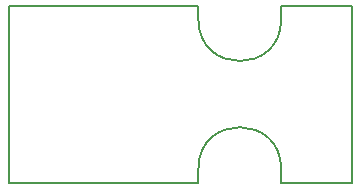
<source format=gbr>
%TF.GenerationSoftware,Novarm,DipTrace,3.0.0.1*%
%TF.CreationDate,2016-04-16T08:32:15+09:00*%
%FSLAX26Y26*%
%MOIN*%
%TF.FileFunction,Profile*%
%TF.Part,Single*%
%ADD11C,0.005512*%
G75*
G01*
%LPD*%
X0Y-295276D2*
D11*
X629921D1*
Y-248031D1*
G02X905512Y-248031I137795J0D01*
G01*
Y-295276D1*
X1141732D1*
Y295276D1*
X905512D1*
Y248031D1*
G02X629921Y248031I-137795J0D01*
G01*
Y295276D1*
X0D1*
Y-295276D1*
M02*

</source>
